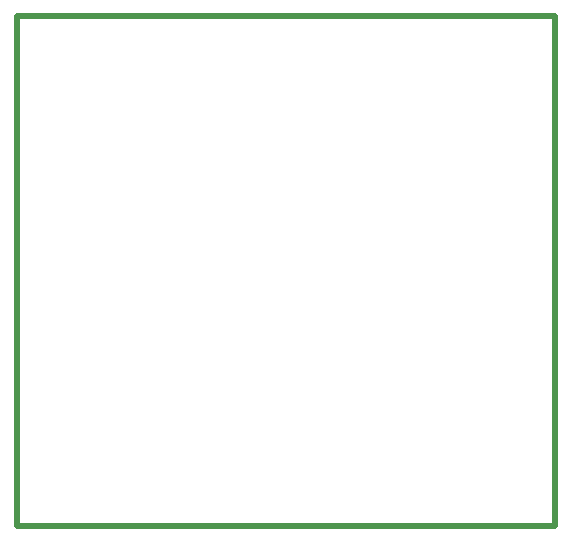
<source format=gko>
G04*
G04 #@! TF.GenerationSoftware,Altium Limited,Altium NEXUS,4.0.7 (54)*
G04*
G04 Layer_Color=16711935*
%FSLAX44Y44*%
%MOMM*%
G71*
G04*
G04 #@! TF.SameCoordinates,2F636ACE-6931-4982-A4A6-23C36C612785*
G04*
G04*
G04 #@! TF.FilePolarity,Positive*
G04*
G01*
G75*
%ADD37C,0.5000*%
D37*
X0Y0D02*
X456000D01*
Y432000D01*
X0D02*
X456000D01*
X0Y0D02*
Y432000D01*
M02*

</source>
